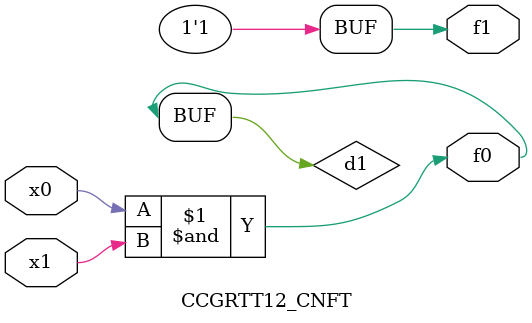
<source format=v>
module CCGRTT12_CNFT(
	input x0, x1,
	output f0, f1
);

	wire d1;

	assign f0 = d1;
	and (d1, x0, x1);
	assign f1 = 1'b1;
endmodule

</source>
